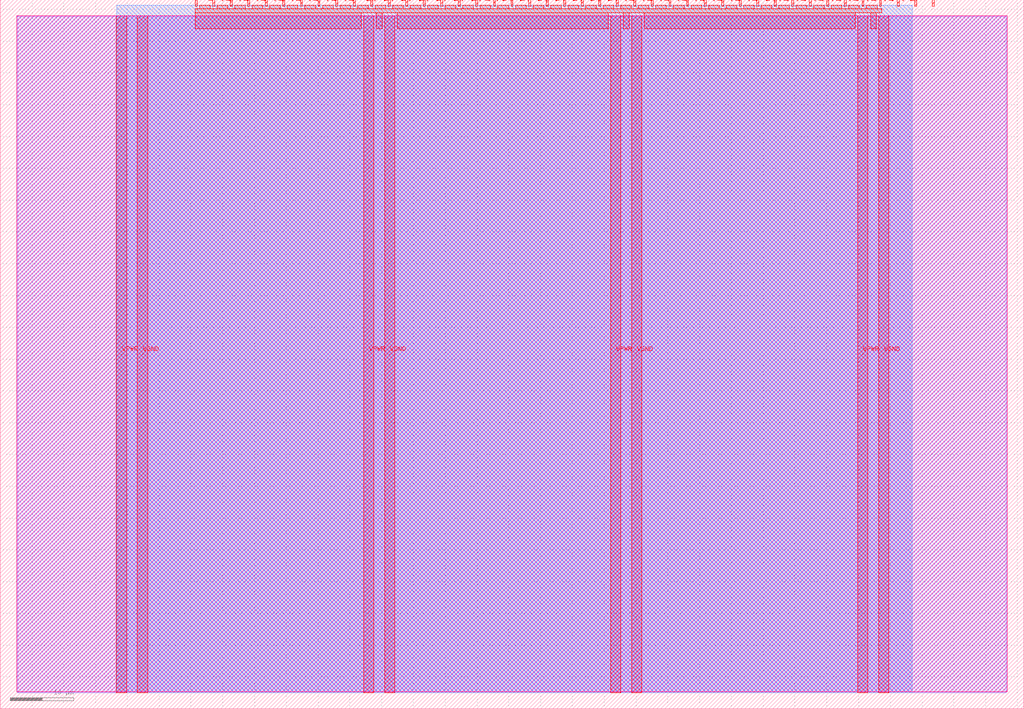
<source format=lef>
VERSION 5.7 ;
  NOWIREEXTENSIONATPIN ON ;
  DIVIDERCHAR "/" ;
  BUSBITCHARS "[]" ;
MACRO tt_um_wokwi_442983487202965505
  CLASS BLOCK ;
  FOREIGN tt_um_wokwi_442983487202965505 ;
  ORIGIN 0.000 0.000 ;
  SIZE 161.000 BY 111.520 ;
  PIN VGND
    DIRECTION INOUT ;
    USE GROUND ;
    PORT
      LAYER met4 ;
        RECT 21.580 2.480 23.180 109.040 ;
    END
    PORT
      LAYER met4 ;
        RECT 60.450 2.480 62.050 109.040 ;
    END
    PORT
      LAYER met4 ;
        RECT 99.320 2.480 100.920 109.040 ;
    END
    PORT
      LAYER met4 ;
        RECT 138.190 2.480 139.790 109.040 ;
    END
  END VGND
  PIN VPWR
    DIRECTION INOUT ;
    USE POWER ;
    PORT
      LAYER met4 ;
        RECT 18.280 2.480 19.880 109.040 ;
    END
    PORT
      LAYER met4 ;
        RECT 57.150 2.480 58.750 109.040 ;
    END
    PORT
      LAYER met4 ;
        RECT 96.020 2.480 97.620 109.040 ;
    END
    PORT
      LAYER met4 ;
        RECT 134.890 2.480 136.490 109.040 ;
    END
  END VPWR
  PIN clk
    DIRECTION INPUT ;
    USE SIGNAL ;
    PORT
      LAYER met4 ;
        RECT 143.830 110.520 144.130 111.520 ;
    END
  END clk
  PIN ena
    DIRECTION INPUT ;
    USE SIGNAL ;
    PORT
      LAYER met4 ;
        RECT 146.590 110.520 146.890 111.520 ;
    END
  END ena
  PIN rst_n
    DIRECTION INPUT ;
    USE SIGNAL ;
    PORT
      LAYER met4 ;
        RECT 141.070 110.520 141.370 111.520 ;
    END
  END rst_n
  PIN ui_in[0]
    DIRECTION INPUT ;
    USE SIGNAL ;
    ANTENNAGATEAREA 0.196500 ;
    PORT
      LAYER met4 ;
        RECT 138.310 110.520 138.610 111.520 ;
    END
  END ui_in[0]
  PIN ui_in[1]
    DIRECTION INPUT ;
    USE SIGNAL ;
    ANTENNAGATEAREA 0.196500 ;
    PORT
      LAYER met4 ;
        RECT 135.550 110.520 135.850 111.520 ;
    END
  END ui_in[1]
  PIN ui_in[2]
    DIRECTION INPUT ;
    USE SIGNAL ;
    ANTENNAGATEAREA 0.196500 ;
    PORT
      LAYER met4 ;
        RECT 132.790 110.520 133.090 111.520 ;
    END
  END ui_in[2]
  PIN ui_in[3]
    DIRECTION INPUT ;
    USE SIGNAL ;
    ANTENNAGATEAREA 0.196500 ;
    PORT
      LAYER met4 ;
        RECT 130.030 110.520 130.330 111.520 ;
    END
  END ui_in[3]
  PIN ui_in[4]
    DIRECTION INPUT ;
    USE SIGNAL ;
    ANTENNAGATEAREA 0.196500 ;
    PORT
      LAYER met4 ;
        RECT 127.270 110.520 127.570 111.520 ;
    END
  END ui_in[4]
  PIN ui_in[5]
    DIRECTION INPUT ;
    USE SIGNAL ;
    PORT
      LAYER met4 ;
        RECT 124.510 110.520 124.810 111.520 ;
    END
  END ui_in[5]
  PIN ui_in[6]
    DIRECTION INPUT ;
    USE SIGNAL ;
    ANTENNAGATEAREA 0.196500 ;
    PORT
      LAYER met4 ;
        RECT 121.750 110.520 122.050 111.520 ;
    END
  END ui_in[6]
  PIN ui_in[7]
    DIRECTION INPUT ;
    USE SIGNAL ;
    PORT
      LAYER met4 ;
        RECT 118.990 110.520 119.290 111.520 ;
    END
  END ui_in[7]
  PIN uio_in[0]
    DIRECTION INPUT ;
    USE SIGNAL ;
    PORT
      LAYER met4 ;
        RECT 116.230 110.520 116.530 111.520 ;
    END
  END uio_in[0]
  PIN uio_in[1]
    DIRECTION INPUT ;
    USE SIGNAL ;
    PORT
      LAYER met4 ;
        RECT 113.470 110.520 113.770 111.520 ;
    END
  END uio_in[1]
  PIN uio_in[2]
    DIRECTION INPUT ;
    USE SIGNAL ;
    PORT
      LAYER met4 ;
        RECT 110.710 110.520 111.010 111.520 ;
    END
  END uio_in[2]
  PIN uio_in[3]
    DIRECTION INPUT ;
    USE SIGNAL ;
    PORT
      LAYER met4 ;
        RECT 107.950 110.520 108.250 111.520 ;
    END
  END uio_in[3]
  PIN uio_in[4]
    DIRECTION INPUT ;
    USE SIGNAL ;
    PORT
      LAYER met4 ;
        RECT 105.190 110.520 105.490 111.520 ;
    END
  END uio_in[4]
  PIN uio_in[5]
    DIRECTION INPUT ;
    USE SIGNAL ;
    PORT
      LAYER met4 ;
        RECT 102.430 110.520 102.730 111.520 ;
    END
  END uio_in[5]
  PIN uio_in[6]
    DIRECTION INPUT ;
    USE SIGNAL ;
    PORT
      LAYER met4 ;
        RECT 99.670 110.520 99.970 111.520 ;
    END
  END uio_in[6]
  PIN uio_in[7]
    DIRECTION INPUT ;
    USE SIGNAL ;
    PORT
      LAYER met4 ;
        RECT 96.910 110.520 97.210 111.520 ;
    END
  END uio_in[7]
  PIN uio_oe[0]
    DIRECTION OUTPUT ;
    USE SIGNAL ;
    PORT
      LAYER met4 ;
        RECT 49.990 110.520 50.290 111.520 ;
    END
  END uio_oe[0]
  PIN uio_oe[1]
    DIRECTION OUTPUT ;
    USE SIGNAL ;
    PORT
      LAYER met4 ;
        RECT 47.230 110.520 47.530 111.520 ;
    END
  END uio_oe[1]
  PIN uio_oe[2]
    DIRECTION OUTPUT ;
    USE SIGNAL ;
    PORT
      LAYER met4 ;
        RECT 44.470 110.520 44.770 111.520 ;
    END
  END uio_oe[2]
  PIN uio_oe[3]
    DIRECTION OUTPUT ;
    USE SIGNAL ;
    PORT
      LAYER met4 ;
        RECT 41.710 110.520 42.010 111.520 ;
    END
  END uio_oe[3]
  PIN uio_oe[4]
    DIRECTION OUTPUT ;
    USE SIGNAL ;
    PORT
      LAYER met4 ;
        RECT 38.950 110.520 39.250 111.520 ;
    END
  END uio_oe[4]
  PIN uio_oe[5]
    DIRECTION OUTPUT ;
    USE SIGNAL ;
    PORT
      LAYER met4 ;
        RECT 36.190 110.520 36.490 111.520 ;
    END
  END uio_oe[5]
  PIN uio_oe[6]
    DIRECTION OUTPUT ;
    USE SIGNAL ;
    PORT
      LAYER met4 ;
        RECT 33.430 110.520 33.730 111.520 ;
    END
  END uio_oe[6]
  PIN uio_oe[7]
    DIRECTION OUTPUT ;
    USE SIGNAL ;
    PORT
      LAYER met4 ;
        RECT 30.670 110.520 30.970 111.520 ;
    END
  END uio_oe[7]
  PIN uio_out[0]
    DIRECTION OUTPUT ;
    USE SIGNAL ;
    PORT
      LAYER met4 ;
        RECT 72.070 110.520 72.370 111.520 ;
    END
  END uio_out[0]
  PIN uio_out[1]
    DIRECTION OUTPUT ;
    USE SIGNAL ;
    PORT
      LAYER met4 ;
        RECT 69.310 110.520 69.610 111.520 ;
    END
  END uio_out[1]
  PIN uio_out[2]
    DIRECTION OUTPUT ;
    USE SIGNAL ;
    PORT
      LAYER met4 ;
        RECT 66.550 110.520 66.850 111.520 ;
    END
  END uio_out[2]
  PIN uio_out[3]
    DIRECTION OUTPUT ;
    USE SIGNAL ;
    PORT
      LAYER met4 ;
        RECT 63.790 110.520 64.090 111.520 ;
    END
  END uio_out[3]
  PIN uio_out[4]
    DIRECTION OUTPUT ;
    USE SIGNAL ;
    PORT
      LAYER met4 ;
        RECT 61.030 110.520 61.330 111.520 ;
    END
  END uio_out[4]
  PIN uio_out[5]
    DIRECTION OUTPUT ;
    USE SIGNAL ;
    PORT
      LAYER met4 ;
        RECT 58.270 110.520 58.570 111.520 ;
    END
  END uio_out[5]
  PIN uio_out[6]
    DIRECTION OUTPUT ;
    USE SIGNAL ;
    PORT
      LAYER met4 ;
        RECT 55.510 110.520 55.810 111.520 ;
    END
  END uio_out[6]
  PIN uio_out[7]
    DIRECTION OUTPUT ;
    USE SIGNAL ;
    PORT
      LAYER met4 ;
        RECT 52.750 110.520 53.050 111.520 ;
    END
  END uio_out[7]
  PIN uo_out[0]
    DIRECTION OUTPUT ;
    USE SIGNAL ;
    ANTENNADIFFAREA 0.445500 ;
    PORT
      LAYER met4 ;
        RECT 94.150 110.520 94.450 111.520 ;
    END
  END uo_out[0]
  PIN uo_out[1]
    DIRECTION OUTPUT ;
    USE SIGNAL ;
    ANTENNADIFFAREA 0.445500 ;
    PORT
      LAYER met4 ;
        RECT 91.390 110.520 91.690 111.520 ;
    END
  END uo_out[1]
  PIN uo_out[2]
    DIRECTION OUTPUT ;
    USE SIGNAL ;
    ANTENNADIFFAREA 0.795200 ;
    PORT
      LAYER met4 ;
        RECT 88.630 110.520 88.930 111.520 ;
    END
  END uo_out[2]
  PIN uo_out[3]
    DIRECTION OUTPUT ;
    USE SIGNAL ;
    ANTENNADIFFAREA 0.445500 ;
    PORT
      LAYER met4 ;
        RECT 85.870 110.520 86.170 111.520 ;
    END
  END uo_out[3]
  PIN uo_out[4]
    DIRECTION OUTPUT ;
    USE SIGNAL ;
    ANTENNADIFFAREA 0.445500 ;
    PORT
      LAYER met4 ;
        RECT 83.110 110.520 83.410 111.520 ;
    END
  END uo_out[4]
  PIN uo_out[5]
    DIRECTION OUTPUT ;
    USE SIGNAL ;
    PORT
      LAYER met4 ;
        RECT 80.350 110.520 80.650 111.520 ;
    END
  END uo_out[5]
  PIN uo_out[6]
    DIRECTION OUTPUT ;
    USE SIGNAL ;
    ANTENNADIFFAREA 0.445500 ;
    PORT
      LAYER met4 ;
        RECT 77.590 110.520 77.890 111.520 ;
    END
  END uo_out[6]
  PIN uo_out[7]
    DIRECTION OUTPUT ;
    USE SIGNAL ;
    PORT
      LAYER met4 ;
        RECT 74.830 110.520 75.130 111.520 ;
    END
  END uo_out[7]
  OBS
      LAYER nwell ;
        RECT 2.570 2.635 158.430 108.990 ;
      LAYER li1 ;
        RECT 2.760 2.635 158.240 108.885 ;
      LAYER met1 ;
        RECT 2.760 2.480 158.240 109.040 ;
      LAYER met2 ;
        RECT 18.310 2.535 143.430 110.685 ;
      LAYER met3 ;
        RECT 18.290 2.555 143.455 110.665 ;
      LAYER met4 ;
        RECT 31.370 110.120 33.030 110.665 ;
        RECT 34.130 110.120 35.790 110.665 ;
        RECT 36.890 110.120 38.550 110.665 ;
        RECT 39.650 110.120 41.310 110.665 ;
        RECT 42.410 110.120 44.070 110.665 ;
        RECT 45.170 110.120 46.830 110.665 ;
        RECT 47.930 110.120 49.590 110.665 ;
        RECT 50.690 110.120 52.350 110.665 ;
        RECT 53.450 110.120 55.110 110.665 ;
        RECT 56.210 110.120 57.870 110.665 ;
        RECT 58.970 110.120 60.630 110.665 ;
        RECT 61.730 110.120 63.390 110.665 ;
        RECT 64.490 110.120 66.150 110.665 ;
        RECT 67.250 110.120 68.910 110.665 ;
        RECT 70.010 110.120 71.670 110.665 ;
        RECT 72.770 110.120 74.430 110.665 ;
        RECT 75.530 110.120 77.190 110.665 ;
        RECT 78.290 110.120 79.950 110.665 ;
        RECT 81.050 110.120 82.710 110.665 ;
        RECT 83.810 110.120 85.470 110.665 ;
        RECT 86.570 110.120 88.230 110.665 ;
        RECT 89.330 110.120 90.990 110.665 ;
        RECT 92.090 110.120 93.750 110.665 ;
        RECT 94.850 110.120 96.510 110.665 ;
        RECT 97.610 110.120 99.270 110.665 ;
        RECT 100.370 110.120 102.030 110.665 ;
        RECT 103.130 110.120 104.790 110.665 ;
        RECT 105.890 110.120 107.550 110.665 ;
        RECT 108.650 110.120 110.310 110.665 ;
        RECT 111.410 110.120 113.070 110.665 ;
        RECT 114.170 110.120 115.830 110.665 ;
        RECT 116.930 110.120 118.590 110.665 ;
        RECT 119.690 110.120 121.350 110.665 ;
        RECT 122.450 110.120 124.110 110.665 ;
        RECT 125.210 110.120 126.870 110.665 ;
        RECT 127.970 110.120 129.630 110.665 ;
        RECT 130.730 110.120 132.390 110.665 ;
        RECT 133.490 110.120 135.150 110.665 ;
        RECT 136.250 110.120 137.910 110.665 ;
        RECT 30.655 109.440 138.625 110.120 ;
        RECT 30.655 106.935 56.750 109.440 ;
        RECT 59.150 106.935 60.050 109.440 ;
        RECT 62.450 106.935 95.620 109.440 ;
        RECT 98.020 106.935 98.920 109.440 ;
        RECT 101.320 106.935 134.490 109.440 ;
        RECT 136.890 106.935 137.790 109.440 ;
  END
END tt_um_wokwi_442983487202965505
END LIBRARY


</source>
